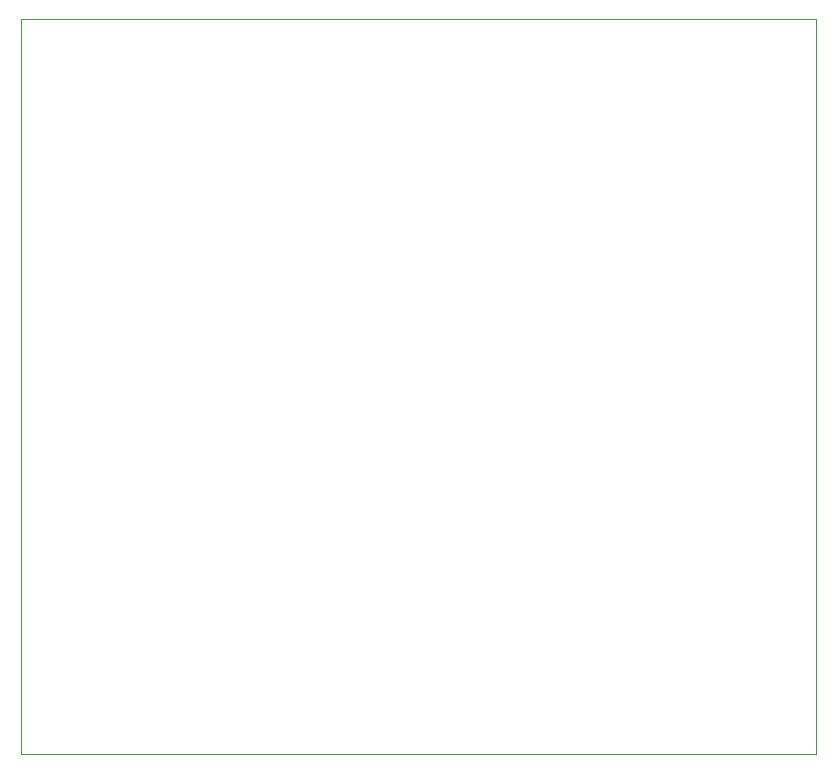
<source format=gbr>
%TF.GenerationSoftware,KiCad,Pcbnew,5.1.5-52549c5~84~ubuntu18.04.1*%
%TF.CreationDate,2020-01-27T10:34:20+01:00*%
%TF.ProjectId,sboxnet-modul,73626f78-6e65-4742-9d6d-6f64756c2e6b,rev?*%
%TF.SameCoordinates,Original*%
%TF.FileFunction,Profile,NP*%
%FSLAX46Y46*%
G04 Gerber Fmt 4.6, Leading zero omitted, Abs format (unit mm)*
G04 Created by KiCad (PCBNEW 5.1.5-52549c5~84~ubuntu18.04.1) date 2020-01-27 10:34:20*
%MOMM*%
%LPD*%
G04 APERTURE LIST*
%ADD10C,0.100000*%
G04 APERTURE END LIST*
D10*
X86360000Y-130810000D02*
X86360000Y-68580000D01*
X87630000Y-130810000D02*
X86360000Y-130810000D01*
X153670000Y-130810000D02*
X87630000Y-130810000D01*
X153670000Y-68580000D02*
X153670000Y-130810000D01*
X86360000Y-68580000D02*
X153670000Y-68580000D01*
M02*

</source>
